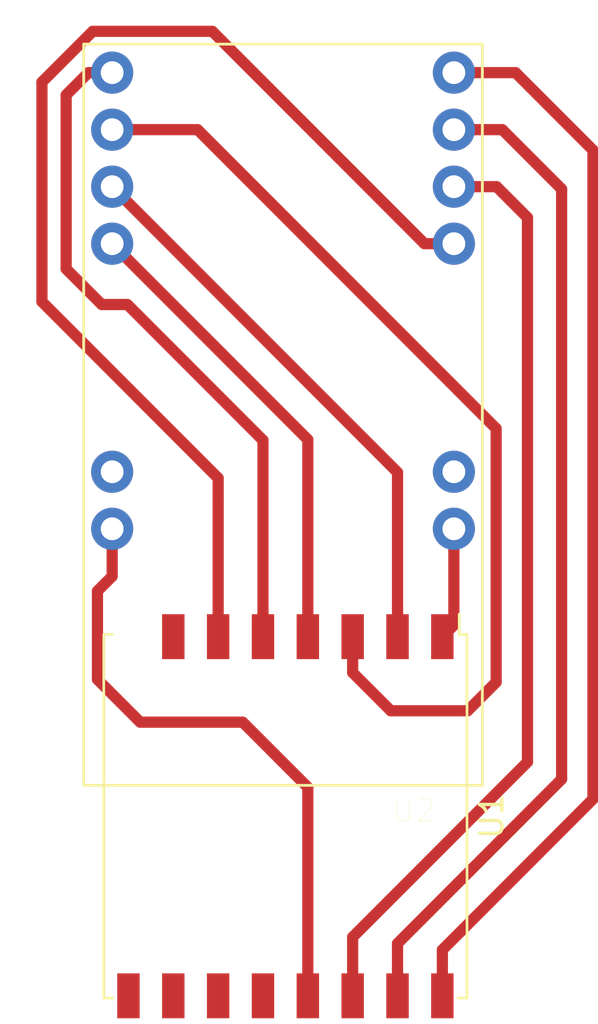
<source format=kicad_pcb>
(kicad_pcb (version 20171130) (host pcbnew "(5.1.9)-1")

  (general
    (thickness 1.6)
    (drawings 0)
    (tracks 51)
    (zones 0)
    (modules 2)
    (nets 40)
  )

  (page A4)
  (layers
    (0 F.Cu signal)
    (31 B.Cu signal)
    (32 B.Adhes user)
    (33 F.Adhes user)
    (34 B.Paste user)
    (35 F.Paste user)
    (36 B.SilkS user)
    (37 F.SilkS user)
    (38 B.Mask user)
    (39 F.Mask user)
    (40 Dwgs.User user)
    (41 Cmts.User user)
    (42 Eco1.User user)
    (43 Eco2.User user)
    (44 Edge.Cuts user)
    (45 Margin user)
    (46 B.CrtYd user)
    (47 F.CrtYd user)
    (48 B.Fab user)
    (49 F.Fab user)
  )

  (setup
    (last_trace_width 0.5)
    (user_trace_width 0.5)
    (trace_clearance 0.2)
    (zone_clearance 0.508)
    (zone_45_only no)
    (trace_min 0.2)
    (via_size 0.8)
    (via_drill 0.4)
    (via_min_size 0.4)
    (via_min_drill 0.3)
    (uvia_size 0.3)
    (uvia_drill 0.1)
    (uvias_allowed no)
    (uvia_min_size 0.2)
    (uvia_min_drill 0.1)
    (edge_width 0.05)
    (segment_width 0.2)
    (pcb_text_width 0.3)
    (pcb_text_size 1.5 1.5)
    (mod_edge_width 0.12)
    (mod_text_size 1 1)
    (mod_text_width 0.15)
    (pad_size 2 1)
    (pad_drill 0)
    (pad_to_mask_clearance 0)
    (aux_axis_origin 0 0)
    (visible_elements FFFFFF7F)
    (pcbplotparams
      (layerselection 0x010fc_ffffffff)
      (usegerberextensions false)
      (usegerberattributes true)
      (usegerberadvancedattributes true)
      (creategerberjobfile true)
      (excludeedgelayer true)
      (linewidth 0.100000)
      (plotframeref false)
      (viasonmask false)
      (mode 1)
      (useauxorigin false)
      (hpglpennumber 1)
      (hpglpenspeed 20)
      (hpglpendiameter 15.000000)
      (psnegative false)
      (psa4output false)
      (plotreference true)
      (plotvalue true)
      (plotinvisibletext false)
      (padsonsilk false)
      (subtractmaskfromsilk false)
      (outputformat 1)
      (mirror false)
      (drillshape 1)
      (scaleselection 1)
      (outputdirectory ""))
  )

  (net 0 "")
  (net 1 /MISO)
  (net 2 /MOSI)
  (net 3 /SCK)
  (net 4 /SS)
  (net 5 /RST)
  (net 6 "Net-(U1-Pad7)")
  (net 7 GNDREF)
  (net 8 "Net-(U1-Pad9)")
  (net 9 "Net-(U1-Pad10)")
  (net 10 "Net-(U1-Pad11)")
  (net 11 "Net-(U1-Pad12)")
  (net 12 +3V3)
  (net 13 /DIO0)
  (net 14 /DIO1)
  (net 15 /DIO2)
  (net 16 "Net-(U2-PadJP7_12)")
  (net 17 "Net-(U2-PadJP7_11)")
  (net 18 "Net-(U2-PadJP7_10)")
  (net 19 "Net-(U2-PadJP7_8)")
  (net 20 "Net-(U2-PadJP7_7)")
  (net 21 "Net-(U2-PadJP7_6)")
  (net 22 "Net-(U2-PadJP7_5)")
  (net 23 "Net-(U2-PadJP6_8)")
  (net 24 "Net-(U2-PadJP6_7)")
  (net 25 "Net-(U2-PadJP6_6)")
  (net 26 "Net-(U2-PadJP6_5)")
  (net 27 "Net-(U2-PadJP6_3)")
  (net 28 "Net-(U2-PadJP6_2)")
  (net 29 "Net-(U2-PadJP6_1)")
  (net 30 "Net-(U2-PadJP3_1)")
  (net 31 "Net-(U2-PadJP3_2)")
  (net 32 "Net-(U2-PadJP2_2)")
  (net 33 "Net-(U2-PadJP2_1)")
  (net 34 "Net-(U2-PadJP1_5)")
  (net 35 "Net-(U2-PadJP1_3)")
  (net 36 "Net-(U2-PadJP1_2)")
  (net 37 "Net-(U2-PadJP1_1)")
  (net 38 "Net-(U2-PadJP1_4)")
  (net 39 "Net-(U1-Pad8)")

  (net_class Default "This is the default net class."
    (clearance 0.2)
    (trace_width 0.25)
    (via_dia 0.8)
    (via_drill 0.4)
    (uvia_dia 0.3)
    (uvia_drill 0.1)
    (add_net +3V3)
    (add_net /DIO0)
    (add_net /DIO1)
    (add_net /DIO2)
    (add_net /MISO)
    (add_net /MOSI)
    (add_net /RST)
    (add_net /SCK)
    (add_net /SS)
    (add_net GNDREF)
    (add_net "Net-(U1-Pad10)")
    (add_net "Net-(U1-Pad11)")
    (add_net "Net-(U1-Pad12)")
    (add_net "Net-(U1-Pad7)")
    (add_net "Net-(U1-Pad8)")
    (add_net "Net-(U1-Pad9)")
    (add_net "Net-(U2-PadJP1_1)")
    (add_net "Net-(U2-PadJP1_2)")
    (add_net "Net-(U2-PadJP1_3)")
    (add_net "Net-(U2-PadJP1_4)")
    (add_net "Net-(U2-PadJP1_5)")
    (add_net "Net-(U2-PadJP2_1)")
    (add_net "Net-(U2-PadJP2_2)")
    (add_net "Net-(U2-PadJP3_1)")
    (add_net "Net-(U2-PadJP3_2)")
    (add_net "Net-(U2-PadJP6_1)")
    (add_net "Net-(U2-PadJP6_2)")
    (add_net "Net-(U2-PadJP6_3)")
    (add_net "Net-(U2-PadJP6_5)")
    (add_net "Net-(U2-PadJP6_6)")
    (add_net "Net-(U2-PadJP6_7)")
    (add_net "Net-(U2-PadJP6_8)")
    (add_net "Net-(U2-PadJP7_10)")
    (add_net "Net-(U2-PadJP7_11)")
    (add_net "Net-(U2-PadJP7_12)")
    (add_net "Net-(U2-PadJP7_5)")
    (add_net "Net-(U2-PadJP7_6)")
    (add_net "Net-(U2-PadJP7_7)")
    (add_net "Net-(U2-PadJP7_8)")
  )

  (module ARDUINO_PRO_MINI:MODULE_ARDUINO_PRO_MINI (layer F.Cu) (tedit 60239DE3) (tstamp 6023FF84)
    (at 120.798001 114.321001 180)
    (path /6023A784)
    (fp_text reference U2 (at -5.825 -17.635) (layer F.SilkS)
      (effects (font (size 1 1) (thickness 0.015)))
    )
    (fp_text value ARDUINO_PRO_MINI (at 5.605 17.865) (layer F.Fab)
      (effects (font (size 1 1) (thickness 0.015)))
    )
    (fp_line (start -8.89 -16.51) (end -8.89 16.51) (layer F.SilkS) (width 0.127))
    (fp_line (start -8.89 16.51) (end 8.89 16.51) (layer F.SilkS) (width 0.127))
    (fp_line (start 8.89 16.51) (end 8.89 -16.51) (layer F.SilkS) (width 0.127))
    (fp_line (start 8.89 -16.51) (end -8.89 -16.51) (layer F.SilkS) (width 0.127))
    (fp_line (start -8.89 -16.51) (end -8.89 16.51) (layer F.Fab) (width 0.127))
    (fp_line (start -8.89 16.51) (end 8.89 16.51) (layer F.Fab) (width 0.127))
    (fp_line (start 8.89 16.51) (end 8.89 -16.51) (layer F.Fab) (width 0.127))
    (fp_line (start 8.89 -16.51) (end -8.89 -16.51) (layer F.Fab) (width 0.127))
    (fp_line (start -9.14 -16.76) (end 9.14 -16.76) (layer F.CrtYd) (width 0.05))
    (fp_line (start 9.14 -16.76) (end 9.14 16.76) (layer F.CrtYd) (width 0.05))
    (fp_line (start 9.14 16.76) (end -9.14 16.76) (layer F.CrtYd) (width 0.05))
    (fp_line (start -9.14 16.76) (end -9.14 -16.76) (layer F.CrtYd) (width 0.05))
    (pad JP1_1 connect circle (at 6.35 -15.24 180) (size 1.8796 1.8796) (layers F.Mask)
      (net 37 "Net-(U2-PadJP1_1)"))
    (pad JP1_2 connect circle (at 3.81 -15.24 180) (size 1.8796 1.8796) (layers F.Mask)
      (net 36 "Net-(U2-PadJP1_2)"))
    (pad JP1_3 connect circle (at 1.27 -15.24 180) (size 1.8796 1.8796) (layers F.Mask)
      (net 35 "Net-(U2-PadJP1_3)"))
    (pad JP1_4 connect circle (at -1.27 -15.24 180) (size 1.8796 1.8796) (layers F.Mask)
      (net 38 "Net-(U2-PadJP1_4)"))
    (pad JP1_5 connect circle (at -3.81 -15.24 180) (size 1.8796 1.8796) (layers F.Mask)
      (net 34 "Net-(U2-PadJP1_5)"))
    (pad JP1_6 connect circle (at -6.35 -15.24 180) (size 1.8796 1.8796) (layers F.Mask)
      (net 34 "Net-(U2-PadJP1_5)"))
    (pad JP2_1 connect circle (at 4.699 -1.397 180) (size 1.8796 1.8796) (layers F.Mask)
      (net 33 "Net-(U2-PadJP2_1)"))
    (pad JP2_2 connect circle (at 4.699 -3.937 180) (size 1.8796 1.8796) (layers F.Mask)
      (net 32 "Net-(U2-PadJP2_2)"))
    (pad JP3_2 connect circle (at 4.699 6.477 180) (size 1.8796 1.8796) (layers F.Mask)
      (net 31 "Net-(U2-PadJP3_2)"))
    (pad JP3_1 connect circle (at 4.699 9.017 180) (size 1.8796 1.8796) (layers F.Mask)
      (net 30 "Net-(U2-PadJP3_1)"))
    (pad JP6_1 connect circle (at 7.62 -12.7 180) (size 1.8796 1.8796) (layers F.Mask)
      (net 29 "Net-(U2-PadJP6_1)"))
    (pad JP6_2 connect circle (at 7.62 -10.16 180) (size 1.8796 1.8796) (layers F.Mask)
      (net 28 "Net-(U2-PadJP6_2)"))
    (pad JP6_3 connect circle (at 7.62 -7.62 180) (size 1.8796 1.8796) (layers F.Mask)
      (net 27 "Net-(U2-PadJP6_3)"))
    (pad JP6_4 thru_hole circle (at 7.62 -5.08 180) (size 1.8796 1.8796) (drill 1.016) (layers *.Cu *.Mask)
      (net 12 +3V3))
    (pad JP6_5 thru_hole circle (at 7.62 -2.54 180) (size 1.8796 1.8796) (drill 1.016) (layers *.Cu *.Mask)
      (net 26 "Net-(U2-PadJP6_5)"))
    (pad JP6_6 connect circle (at 7.62 0 180) (size 1.8796 1.8796) (layers F.Mask)
      (net 25 "Net-(U2-PadJP6_6)"))
    (pad JP6_7 connect circle (at 7.62 2.54 180) (size 1.8796 1.8796) (layers F.Mask)
      (net 24 "Net-(U2-PadJP6_7)"))
    (pad JP6_8 connect circle (at 7.62 5.08 180) (size 1.8796 1.8796) (layers F.Mask)
      (net 23 "Net-(U2-PadJP6_8)"))
    (pad JP6_9 thru_hole circle (at 7.62 7.62 180) (size 1.8796 1.8796) (drill 1.016) (layers *.Cu *.Mask)
      (net 3 /SCK))
    (pad JP6_10 thru_hole circle (at 7.62 10.16 180) (size 1.8796 1.8796) (drill 1.016) (layers *.Cu *.Mask)
      (net 1 /MISO))
    (pad JP6_11 thru_hole circle (at 7.62 12.7 180) (size 1.8796 1.8796) (drill 1.016) (layers *.Cu *.Mask)
      (net 2 /MOSI))
    (pad JP6_12 thru_hole circle (at 7.62 15.24 180) (size 1.8796 1.8796) (drill 1.016) (layers *.Cu *.Mask)
      (net 4 /SS))
    (pad JP7_1 thru_hole circle (at -7.62 15.24 180) (size 1.8796 1.8796) (drill 1.016) (layers *.Cu *.Mask)
      (net 15 /DIO2))
    (pad JP7_2 thru_hole circle (at -7.62 12.7 180) (size 1.8796 1.8796) (drill 1.016) (layers *.Cu *.Mask)
      (net 14 /DIO1))
    (pad JP7_3 thru_hole circle (at -7.62 10.16 180) (size 1.8796 1.8796) (drill 1.016) (layers *.Cu *.Mask)
      (net 13 /DIO0))
    (pad JP7_4 thru_hole circle (at -7.62 7.62 180) (size 1.8796 1.8796) (drill 1.016) (layers *.Cu *.Mask)
      (net 5 /RST))
    (pad JP7_5 connect circle (at -7.62 5.08 180) (size 1.8796 1.8796) (layers F.Mask)
      (net 22 "Net-(U2-PadJP7_5)"))
    (pad JP7_6 connect circle (at -7.62 2.54 180) (size 1.8796 1.8796) (layers F.Mask)
      (net 21 "Net-(U2-PadJP7_6)"))
    (pad JP7_7 connect circle (at -7.62 0 180) (size 1.8796 1.8796) (layers F.Mask)
      (net 20 "Net-(U2-PadJP7_7)"))
    (pad JP7_8 thru_hole circle (at -7.62 -2.54 180) (size 1.8796 1.8796) (drill 1.016) (layers *.Cu *.Mask)
      (net 19 "Net-(U2-PadJP7_8)"))
    (pad JP7_9 thru_hole circle (at -7.62 -5.08 180) (size 1.8796 1.8796) (drill 1.016) (layers *.Cu *.Mask)
      (net 7 GNDREF))
    (pad JP7_10 smd circle (at -7.62 -7.62 180) (size 1.8796 1.8796) (layers F.Paste F.Mask)
      (net 18 "Net-(U2-PadJP7_10)"))
    (pad JP7_11 connect circle (at -7.62 -10.16 180) (size 1.8796 1.8796) (layers F.Mask)
      (net 17 "Net-(U2-PadJP7_11)"))
    (pad JP7_12 connect circle (at -7.62 -12.7 180) (size 1.8796 1.8796) (layers F.Mask)
      (net 16 "Net-(U2-PadJP7_12)"))
  )

  (module RF_Module:HOPERF_RFM9XW_SMD (layer F.Cu) (tedit 6023A06E) (tstamp 6023FF52)
    (at 120.904 132.207 270)
    (descr "Low Power Long Range Transceiver Module SMD-16 (https://www.hoperf.com/data/upload/portal/20181127/5bfcbea20e9ef.pdf)")
    (tags "LoRa Low Power Long Range Transceiver Module")
    (path /60239169)
    (attr smd)
    (fp_text reference U1 (at 0 -9.2 90) (layer F.SilkS)
      (effects (font (size 1 1) (thickness 0.15)))
    )
    (fp_text value RFM95W (at 0 9.5 90) (layer F.Fab)
      (effects (font (size 1 1) (thickness 0.15)))
    )
    (fp_line (start -7 -8) (end -8 -7) (layer F.Fab) (width 0.1))
    (fp_line (start -8.1 -7.75) (end -9 -7.75) (layer F.SilkS) (width 0.12))
    (fp_line (start -8.1 -8.1) (end -8.1 -7.75) (layer F.SilkS) (width 0.12))
    (fp_line (start 8.1 8.1) (end 8.1 7.7) (layer F.SilkS) (width 0.12))
    (fp_line (start -8.1 8.1) (end 8.1 8.1) (layer F.SilkS) (width 0.12))
    (fp_line (start -8.1 7.7) (end -8.1 8.1) (layer F.SilkS) (width 0.12))
    (fp_line (start 8.1 -8.1) (end 8.1 -7.7) (layer F.SilkS) (width 0.12))
    (fp_line (start -8.1 -8.1) (end 8.1 -8.1) (layer F.SilkS) (width 0.12))
    (fp_line (start -9.25 8.25) (end -9.25 -8.25) (layer F.CrtYd) (width 0.05))
    (fp_line (start -9.25 8.25) (end 9.25 8.25) (layer F.CrtYd) (width 0.05))
    (fp_line (start 9.25 -8.25) (end 9.25 8.25) (layer F.CrtYd) (width 0.05))
    (fp_line (start -9.25 -8.25) (end 9.25 -8.25) (layer F.CrtYd) (width 0.05))
    (fp_line (start -8 8) (end -8 -7) (layer F.Fab) (width 0.1))
    (fp_line (start -8 8) (end 8 8) (layer F.Fab) (width 0.1))
    (fp_line (start 8 8) (end 8 -8) (layer F.Fab) (width 0.1))
    (fp_line (start -7 -8) (end 8 -8) (layer F.Fab) (width 0.1))
    (fp_text user %R (at 0 0 90) (layer F.Fab)
      (effects (font (size 1 1) (thickness 0.15)))
    )
    (pad 1 smd rect (at -8 -7 270) (size 2 1) (layers F.Cu F.Paste F.Mask)
      (net 7 GNDREF))
    (pad 2 smd rect (at -8 -5 270) (size 2 1) (layers F.Cu F.Paste F.Mask)
      (net 1 /MISO))
    (pad 3 smd rect (at -8 -3 270) (size 2 1) (layers F.Cu F.Paste F.Mask)
      (net 2 /MOSI))
    (pad 4 smd rect (at -8 -1 270) (size 2 1) (layers F.Cu F.Paste F.Mask)
      (net 3 /SCK))
    (pad 5 smd rect (at -8 1 270) (size 2 1) (layers F.Cu F.Paste F.Mask)
      (net 4 /SS))
    (pad 6 smd rect (at -8 3 270) (size 2 1) (layers F.Cu F.Paste F.Mask)
      (net 5 /RST))
    (pad 7 smd rect (at -8 5 270) (size 2 1) (layers F.Cu F.Paste F.Mask)
      (net 6 "Net-(U1-Pad7)"))
    (pad 8 smd rect (at -8 7 270) (size 2 1) (layers F.Paste F.Mask)
      (net 39 "Net-(U1-Pad8)"))
    (pad 9 smd rect (at 8 7 270) (size 2 1) (layers F.Cu F.Paste F.Mask)
      (net 8 "Net-(U1-Pad9)"))
    (pad 10 smd rect (at 8 5 270) (size 2 1) (layers F.Cu F.Paste F.Mask)
      (net 9 "Net-(U1-Pad10)"))
    (pad 11 smd rect (at 8 3 270) (size 2 1) (layers F.Cu F.Paste F.Mask)
      (net 10 "Net-(U1-Pad11)"))
    (pad 12 smd rect (at 8 1 270) (size 2 1) (layers F.Cu F.Paste F.Mask)
      (net 11 "Net-(U1-Pad12)"))
    (pad 13 smd rect (at 8 -1 270) (size 2 1) (layers F.Cu F.Paste F.Mask)
      (net 12 +3V3))
    (pad 14 smd rect (at 8 -3 270) (size 2 1) (layers F.Cu F.Paste F.Mask)
      (net 13 /DIO0))
    (pad 15 smd rect (at 8 -5 270) (size 2 1) (layers F.Cu F.Paste F.Mask)
      (net 14 /DIO1))
    (pad 16 smd rect (at 8 -7 270) (size 2 1) (layers F.Cu F.Paste F.Mask)
      (net 15 /DIO2))
    (model ${KISYS3DMOD}/RF_Module.3dshapes/HOPERF_RFM9XW_SMD.wrl
      (at (xyz 0 0 0))
      (scale (xyz 1 1 1))
      (rotate (xyz 0 0 0))
    )
  )

  (segment (start 125.904 116.887) (end 125.904 124.207) (width 0.5) (layer F.Cu) (net 1))
  (segment (start 113.178001 104.161001) (end 125.904 116.887) (width 0.5) (layer F.Cu) (net 1))
  (segment (start 116.988001 101.621001) (end 113.178001 101.621001) (width 0.5) (layer F.Cu) (net 2))
  (segment (start 130.302 114.935) (end 116.988001 101.621001) (width 0.5) (layer F.Cu) (net 2))
  (segment (start 130.302 126.238) (end 130.302 114.935) (width 0.5) (layer F.Cu) (net 2))
  (segment (start 125.603 127.508) (end 129.032 127.508) (width 0.5) (layer F.Cu) (net 2))
  (segment (start 129.032 127.508) (end 130.302 126.238) (width 0.5) (layer F.Cu) (net 2))
  (segment (start 123.904 125.809) (end 125.603 127.508) (width 0.5) (layer F.Cu) (net 2))
  (segment (start 123.904 124.207) (end 123.904 125.809) (width 0.5) (layer F.Cu) (net 2))
  (segment (start 121.904 116.983) (end 121.904 124.207) (width 0.5) (layer F.Cu) (net 3))
  (segment (start 121.904 115.427) (end 121.904 116.983) (width 0.5) (layer F.Cu) (net 3))
  (segment (start 113.178001 106.701001) (end 121.904 115.427) (width 0.5) (layer F.Cu) (net 3))
  (segment (start 112.119999 99.081001) (end 113.178001 99.081001) (width 0.5) (layer F.Cu) (net 4))
  (segment (start 111.125 100.076) (end 112.119999 99.081001) (width 0.5) (layer F.Cu) (net 4))
  (segment (start 111.125 107.823) (end 111.125 100.076) (width 0.5) (layer F.Cu) (net 4))
  (segment (start 112.7125 109.4105) (end 111.125 107.823) (width 0.5) (layer F.Cu) (net 4))
  (segment (start 113.8555 109.4105) (end 112.7125 109.4105) (width 0.5) (layer F.Cu) (net 4))
  (segment (start 119.904 115.459) (end 113.8555 109.4105) (width 0.5) (layer F.Cu) (net 4))
  (segment (start 119.904 124.207) (end 119.904 115.459) (width 0.5) (layer F.Cu) (net 4))
  (segment (start 117.904 117.142) (end 117.904 118.189) (width 0.5) (layer F.Cu) (net 5))
  (segment (start 110.0455 109.2835) (end 117.904 117.142) (width 0.5) (layer F.Cu) (net 5))
  (segment (start 110.0455 99.5045) (end 110.0455 109.2835) (width 0.5) (layer F.Cu) (net 5))
  (segment (start 112.310499 97.239501) (end 110.0455 99.5045) (width 0.5) (layer F.Cu) (net 5))
  (segment (start 117.904 118.189) (end 117.904 124.207) (width 0.5) (layer F.Cu) (net 5))
  (segment (start 117.644499 97.239501) (end 112.310499 97.239501) (width 0.5) (layer F.Cu) (net 5))
  (segment (start 127.105999 106.701001) (end 117.644499 97.239501) (width 0.5) (layer F.Cu) (net 5))
  (segment (start 128.418001 106.701001) (end 127.105999 106.701001) (width 0.5) (layer F.Cu) (net 5))
  (segment (start 128.418001 123.692999) (end 127.904 124.207) (width 0.5) (layer F.Cu) (net 7))
  (segment (start 128.418001 119.401001) (end 128.418001 123.692999) (width 0.5) (layer F.Cu) (net 7))
  (segment (start 121.904 130.921) (end 121.904 140.207) (width 0.5) (layer F.Cu) (net 12))
  (segment (start 112.522 126.111) (end 114.427 128.016) (width 0.5) (layer F.Cu) (net 12))
  (segment (start 114.427 128.016) (end 118.999 128.016) (width 0.5) (layer F.Cu) (net 12))
  (segment (start 112.522 122.174) (end 112.522 126.111) (width 0.5) (layer F.Cu) (net 12))
  (segment (start 113.178001 121.517999) (end 112.522 122.174) (width 0.5) (layer F.Cu) (net 12))
  (segment (start 118.999 128.016) (end 121.904 130.921) (width 0.5) (layer F.Cu) (net 12))
  (segment (start 113.178001 119.401001) (end 113.178001 121.517999) (width 0.5) (layer F.Cu) (net 12))
  (segment (start 123.904 137.589) (end 123.904 140.207) (width 0.5) (layer F.Cu) (net 13))
  (segment (start 131.699 129.794) (end 123.904 137.589) (width 0.5) (layer F.Cu) (net 13))
  (segment (start 131.699 105.537) (end 131.699 129.794) (width 0.5) (layer F.Cu) (net 13))
  (segment (start 130.323001 104.161001) (end 131.699 105.537) (width 0.5) (layer F.Cu) (net 13))
  (segment (start 128.418001 104.161001) (end 130.323001 104.161001) (width 0.5) (layer F.Cu) (net 13))
  (segment (start 128.418001 101.621001) (end 130.577001 101.621001) (width 0.5) (layer F.Cu) (net 14))
  (segment (start 133.223 104.267) (end 133.223 130.556) (width 0.5) (layer F.Cu) (net 14))
  (segment (start 130.577001 101.621001) (end 133.223 104.267) (width 0.5) (layer F.Cu) (net 14))
  (segment (start 125.904 137.875) (end 125.904 140.207) (width 0.5) (layer F.Cu) (net 14))
  (segment (start 133.223 130.556) (end 125.904 137.875) (width 0.5) (layer F.Cu) (net 14))
  (segment (start 131.169999 99.081001) (end 128.418001 99.081001) (width 0.5) (layer F.Cu) (net 15))
  (segment (start 134.62 102.531002) (end 131.169999 99.081001) (width 0.5) (layer F.Cu) (net 15))
  (segment (start 134.62 131.445) (end 134.62 102.531002) (width 0.5) (layer F.Cu) (net 15))
  (segment (start 127.904 138.161) (end 134.62 131.445) (width 0.5) (layer F.Cu) (net 15))
  (segment (start 127.904 140.207) (end 127.904 138.161) (width 0.5) (layer F.Cu) (net 15))

)

</source>
